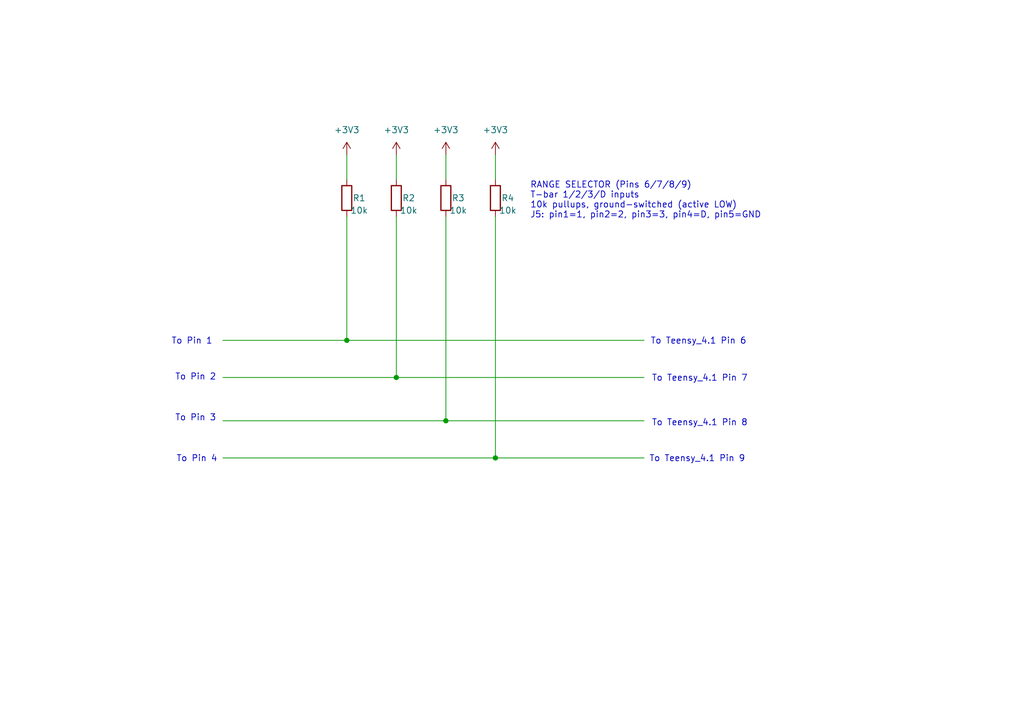
<source format=kicad_sch>
(kicad_sch (version 20250114) (generator "eeschema") (generator_version "9.0")
  (paper "A5")
  (title_block (title "4L60E Controller - Input Conditioning (Overview)") (date "2026-01-26") (rev "B") (comment 1 "Input sheets listed below"))
  (lib_symbols
    (symbol "Device:R" (pin_numbers (hide yes)) (pin_names (offset 0))
      (property "Reference" "R" (at 2.032 0 90))
      (property "Value" "R" (at 0 0 90))
      (symbol "R_0_1"
        (rectangle (start -1.016 -2.54) (end 1.016 2.54) (stroke (width 0.254)))
      )
      (symbol "R_1_1"
        (pin passive line (at 0 3.81 270) (length 1.27) (name "~") (number "1"))
        (pin passive line (at 0 -3.81 90) (length 1.27) (name "~") (number "2"))
      )
    )
    (symbol "power:+3V3" (power) (pin_numbers (hide yes)) (pin_names (offset 0) (hide yes))
      (property "Value" "+3V3" (at 0 3.556 0))
      (symbol "+3V3_0_1"
        (polyline (pts (xy -0.762 1.27) (xy 0 2.54)))
        (polyline (pts (xy 0 2.54) (xy 0.762 1.27)))
        (polyline (pts (xy 0 0) (xy 0 2.54)))
      )
      (symbol "+3V3_1_1"
        (pin power_in line (at 0 0 90) (length 0) (name "~") (number "1"))
      )
    )
  )
  (text "To Pin 2" (at 40.132 77.47 0) (effects (font (size 1.27 1.27))))
  (text "To Teensy_4.1 Pin 9" (at 143.002 94.234 0) (effects (font (size 1.27 1.27))))
  (text "To Pin 3" (at 40.132 85.852 0) (effects (font (size 1.27 1.27))))
  (text "RANGE SELECTOR (Pins 6/7/8/9)\nT-bar 1/2/3/D inputs\n10k pullups, ground-switched (active LOW)\nJ5: pin1=1, pin2=2, pin3=3, pin4=D, pin5=GND" (at 108.712 41.148 0) (effects (font (size 1.27 1.27)) (justify left)))
  (text "To Teensy_4.1 Pin 8" (at 143.51 86.868 0) (effects (font (size 1.27 1.27))))
  (text "To Teensy_4.1 Pin 6" (at 143.256 70.104 0) (effects (font (size 1.27 1.27))))
  (text "To Teensy_4.1 Pin 7" (at 143.51 77.724 0) (effects (font (size 1.27 1.27))))
  (text "To Pin 1" (at 39.37 70.104 0) (effects (font (size 1.27 1.27))))
  (text "To Pin 4" (at 40.386 94.234 0) (effects (font (size 1.27 1.27))))
  (junction (at 71.12 69.85))
  (junction (at 91.44 86.36))
  (junction (at 81.28 77.47))
  (junction (at 101.6 93.98))
  (wire (pts (xy 45.72 69.85) (xy 71.12 69.85)))
  (wire (pts (xy 71.12 31.75) (xy 71.12 36.83)))
  (wire (pts (xy 91.44 31.75) (xy 91.44 36.83)))
  (wire (pts (xy 45.72 77.47) (xy 81.28 77.47)))
  (wire (pts (xy 101.6 44.45) (xy 101.6 93.98)))
  (wire (pts (xy 81.28 44.45) (xy 81.28 77.47)))
  (wire (pts (xy 71.12 69.85) (xy 132.08 69.85)))
  (wire (pts (xy 132.08 86.36) (xy 91.44 86.36)))
  (wire (pts (xy 101.6 93.98) (xy 132.08 93.98)))
  (wire (pts (xy 81.28 31.75) (xy 81.28 36.83)))
  (wire (pts (xy 91.44 44.45) (xy 91.44 86.36)))
  (wire (pts (xy 101.6 31.75) (xy 101.6 36.83)))
  (wire (pts (xy 45.72 93.98) (xy 101.6 93.98)))
  (wire (pts (xy 132.08 77.47) (xy 81.28 77.47)))
  (wire (pts (xy 45.72 86.36) (xy 91.44 86.36)))
  (wire (pts (xy 71.12 44.45) (xy 71.12 69.85)))
  (symbol (lib_id "power:+3V3") (at 91.44 31.75 0) (unit 1)
    (property "Reference" "#PWR03" (effects (hide yes)))
    (property "Value" "+3V3" (at 91.44 26.67 0))
    (property "Description" "Power symbol creates a global label with name \"+3V3\"" (effects (hide yes)))
  )
  (symbol (lib_id "power:+3V3") (at 101.6 31.75 0) (unit 1)
    (property "Reference" "#PWR04" (effects (hide yes)))
    (property "Value" "+3V3" (at 101.6 26.67 0))
    (property "Description" "Power symbol creates a global label with name \"+3V3\"" (effects (hide yes)))
  )
  (symbol (lib_id "Device:R") (at 71.12 40.64 0) (unit 1)
    (property "Reference" "R1" (at 73.66 40.64 0))
    (property "Value" "10k" (at 73.66 43.18 0))
  )
  (symbol (lib_id "Device:R") (at 81.28 40.64 0) (unit 1)
    (property "Reference" "R2" (at 83.82 40.64 0))
    (property "Value" "10k" (at 83.82 43.18 0))
  )
  (symbol (lib_id "Device:R") (at 91.44 40.64 0) (unit 1)
    (property "Reference" "R3" (at 93.98 40.64 0))
    (property "Value" "10k" (at 93.98 43.18 0))
  )
  (symbol (lib_id "Device:R") (at 101.6 40.64 0) (unit 1)
    (property "Reference" "R4" (at 104.14 40.64 0))
    (property "Value" "10k" (at 104.14 43.18 0))
  )
  (symbol (lib_id "power:+3V3") (at 81.28 31.75 0) (unit 1)
    (property "Reference" "#PWR02" (effects (hide yes)))
    (property "Value" "+3V3" (at 81.28 26.67 0))
    (property "Description" "Power symbol creates a global label with name \"+3V3\"" (effects (hide yes)))
  )
  (symbol (lib_id "power:+3V3") (at 71.12 31.75 0) (unit 1)
    (property "Reference" "#PWR01" (effects (hide yes)))
    (property "Value" "+3V3" (at 71.12 26.67 0))
    (property "Description" "Power symbol creates a global label with name \"+3V3\"" (effects (hide yes)))
  )
)
</source>
